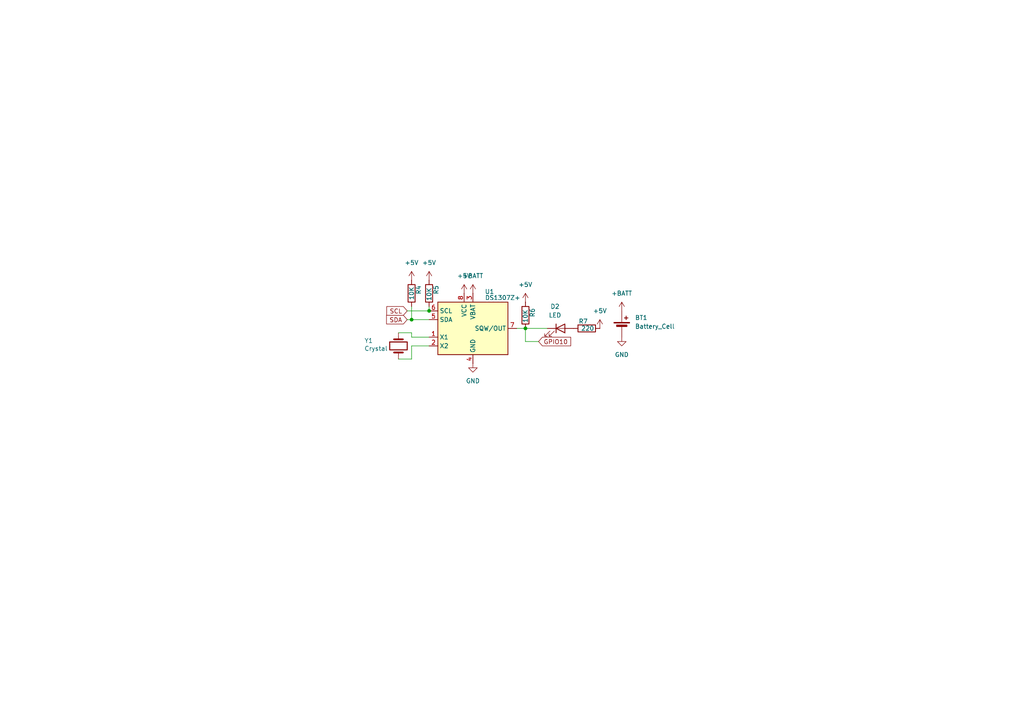
<source format=kicad_sch>
(kicad_sch (version 20250114) (generator "eeschema") (generator_version "9.0")
  (paper "A4")
  (title_block (title "Raspberry Pi Pico Logger - RTC") (date "2025-06-21") (rev "2.0") (company "Creator: Piotr Kłyś"))
  (lib_symbols
    (symbol "Device:Battery_Cell" (pin_numbers (hide yes)) (pin_names (offset 0) (hide yes))
      (property "Reference" "BT" (at 2.54 2.54 0))
      (property "Value" "Battery_Cell" (at 2.54 0 0))
      (symbol "Battery_Cell_0_1"
        (rectangle (start -2.286 1.778) (end 2.286 1.524) (fill (type outline)))
        (rectangle (start -1.524 1.016) (end 1.524 0.508) (fill (type outline)))
        (polyline (pts (xy 0 1.778) (xy 0 2.54)))
        (polyline (pts (xy 0 0.762) (xy 0 0)))
        (polyline (pts (xy 0.762 3.048) (xy 1.778 3.048)) (stroke (width 0.254)))
        (polyline (pts (xy 1.27 3.556) (xy 1.27 2.54)) (stroke (width 0.254)))
      )
      (symbol "Battery_Cell_1_1"
        (pin passive line (at 0 5.08 270) (length 2.54) (name "+") (number "1"))
        (pin passive line (at 0 -2.54 90) (length 2.54) (name "-") (number "2"))
      )
    )
    (symbol "Device:Crystal" (pin_numbers (hide yes)) (pin_names (offset 1.016) (hide yes))
      (property "Reference" "Y" (at 0 3.81 0))
      (property "Value" "Crystal" (at 0 -3.81 0))
      (symbol "Crystal_0_1"
        (polyline (pts (xy -2.54 0) (xy -1.905 0)))
        (polyline (pts (xy -1.905 -1.27) (xy -1.905 1.27)) (stroke (width 0.508)))
        (rectangle (start -1.143 2.54) (end 1.143 -2.54) (stroke (width 0.3048)))
        (polyline (pts (xy 1.905 -1.27) (xy 1.905 1.27)) (stroke (width 0.508)))
        (polyline (pts (xy 2.54 0) (xy 1.905 0)))
      )
      (symbol "Crystal_1_1"
        (pin passive line (at -3.81 0 0) (length 1.27) (name "1") (number "1"))
        (pin passive line (at 3.81 0 180) (length 1.27) (name "2") (number "2"))
      )
    )
    (symbol "Device:LED" (pin_numbers (hide yes)) (pin_names (offset 1.016) (hide yes))
      (property "Reference" "D" (at 0 2.54 0))
      (property "Value" "LED" (at 0 -2.54 0))
      (symbol "LED_0_1"
        (polyline (pts (xy -3.048 -0.762) (xy -4.572 -2.286) (xy -3.81 -2.286) (xy -4.572 -2.286) (xy -4.572 -1.524)))
        (polyline (pts (xy -1.778 -0.762) (xy -3.302 -2.286) (xy -2.54 -2.286) (xy -3.302 -2.286) (xy -3.302 -1.524)))
        (polyline (pts (xy -1.27 0) (xy 1.27 0)))
        (polyline (pts (xy -1.27 -1.27) (xy -1.27 1.27)) (stroke (width 0.254)))
        (polyline (pts (xy 1.27 -1.27) (xy 1.27 1.27) (xy -1.27 0) (xy 1.27 -1.27)) (stroke (width 0.254)))
      )
      (symbol "LED_1_1"
        (pin passive line (at -3.81 0 0) (length 2.54) (name "K") (number "1"))
        (pin passive line (at 3.81 0 180) (length 2.54) (name "A") (number "2"))
      )
    )
    (symbol "Device:R" (pin_numbers (hide yes)) (pin_names (offset 0))
      (property "Reference" "R" (at 2.032 0 90))
      (property "Value" "R" (at 0 0 90))
      (symbol "R_0_1"
        (rectangle (start -1.016 -2.54) (end 1.016 2.54) (stroke (width 0.254)))
      )
      (symbol "R_1_1"
        (pin passive line (at 0 3.81 270) (length 1.27) (name "~") (number "1"))
        (pin passive line (at 0 -3.81 90) (length 1.27) (name "~") (number "2"))
      )
    )
    (symbol "Timer_RTC:DS1307Z+"
      (property "Reference" "U" (at -8.89 8.89 0))
      (property "Value" "DS1307Z+" (at 1.27 8.89 0))
      (symbol "DS1307Z+_0_1"
        (rectangle (start -10.16 7.62) (end 10.16 -7.62) (stroke (width 0.254)) (fill (type background)))
      )
      (symbol "DS1307Z+_1_1"
        (pin input line (at -12.7 5.08 0) (length 2.54) (name "SCL") (number "6"))
        (pin bidirectional line (at -12.7 2.54 0) (length 2.54) (name "SDA") (number "5"))
        (pin input line (at -12.7 -2.54 0) (length 2.54) (name "X1") (number "1"))
        (pin input line (at -12.7 -5.08 0) (length 2.54) (name "X2") (number "2"))
        (pin power_in line (at -2.54 10.16 270) (length 2.54) (name "VCC") (number "8"))
        (pin power_in line (at 0 10.16 270) (length 2.54) (name "VBAT") (number "3"))
        (pin power_in line (at 0 -10.16 90) (length 2.54) (name "GND") (number "4"))
        (pin open_collector line (at 12.7 0 180) (length 2.54) (name "SQW/OUT") (number "7"))
      )
    )
    (symbol "power:+5V" (power) (pin_numbers (hide yes)) (pin_names (offset 0) (hide yes))
      (property "Value" "+5V" (at 0 3.556 0))
      (symbol "+5V_0_1"
        (polyline (pts (xy -0.762 1.27) (xy 0 2.54)))
        (polyline (pts (xy 0 2.54) (xy 0.762 1.27)))
        (polyline (pts (xy 0 0) (xy 0 2.54)))
      )
      (symbol "+5V_1_1"
        (pin power_in line (at 0 0 90) (length 0) (name "~") (number "1"))
      )
    )
    (symbol "power:+BATT" (power) (pin_numbers (hide yes)) (pin_names (offset 0) (hide yes))
      (property "Value" "+BATT" (at 0 3.556 0))
      (symbol "+BATT_0_1"
        (polyline (pts (xy -0.762 1.27) (xy 0 2.54)))
        (polyline (pts (xy 0 2.54) (xy 0.762 1.27)))
        (polyline (pts (xy 0 0) (xy 0 2.54)))
      )
      (symbol "+BATT_1_1"
        (pin power_in line (at 0 0 90) (length 0) (name "~") (number "1"))
      )
    )
    (symbol "power:GND" (power) (pin_numbers (hide yes)) (pin_names (offset 0) (hide yes))
      (property "Value" "GND" (at 0 -3.81 0))
      (symbol "GND_0_1"
        (polyline (pts (xy 0 0) (xy 0 -1.27) (xy 1.27 -1.27) (xy 0 -2.54) (xy -1.27 -1.27) (xy 0 -1.27)))
      )
      (symbol "GND_1_1"
        (pin power_in line (at 0 0 270) (length 0) (name "~") (number "1"))
      )
    )
  )
  (junction (at 152.4 95.25))
  (junction (at 119.38 92.71))
  (junction (at 124.46 90.17))
  (wire (pts (xy 149.86 95.25) (xy 152.4 95.25)))
  (wire (pts (xy 119.38 104.14) (xy 119.38 100.33)))
  (wire (pts (xy 115.57 96.52) (xy 119.38 96.52)))
  (wire (pts (xy 118.11 92.71) (xy 119.38 92.71)))
  (wire (pts (xy 152.4 99.06) (xy 156.21 99.06)))
  (wire (pts (xy 124.46 88.9) (xy 124.46 90.17)))
  (wire (pts (xy 152.4 95.25) (xy 158.75 95.25)))
  (wire (pts (xy 119.38 92.71) (xy 119.38 88.9)))
  (wire (pts (xy 119.38 97.79) (xy 119.38 96.52)))
  (wire (pts (xy 152.4 95.25) (xy 152.4 99.06)))
  (wire (pts (xy 119.38 100.33) (xy 124.46 100.33)))
  (wire (pts (xy 118.11 90.17) (xy 124.46 90.17)))
  (wire (pts (xy 124.46 97.79) (xy 119.38 97.79)))
  (wire (pts (xy 119.38 92.71) (xy 124.46 92.71)))
  (wire (pts (xy 115.57 104.14) (xy 119.38 104.14)))
  (global_label "GPIO10" (shape input) (at 156.21 99.06 0) (property "Intersheetrefs" "${INTERSHEET_REFS}" (effects (hide yes))))
  (global_label "SDA" (shape input) (at 118.11 92.71 180) (property "Intersheetrefs" "${INTERSHEET_REFS}" (effects (hide yes))))
  (global_label "SCL" (shape input) (at 118.11 90.17 180) (property "Intersheetrefs" "${INTERSHEET_REFS}" (effects (hide yes))))
  (symbol (lib_id "power:+5V") (at 134.62 85.09 0) (unit 1)
    (property "Reference" "#PWR024" (effects (hide yes)))
    (property "Value" "+5V" (at 134.62 80.01 0))
    (property "Description" "Power symbol creates a global label with name \"+5V\"" (effects (hide yes)))
  )
  (symbol (lib_id "Device:R") (at 152.4 91.44 0) (unit 1)
    (property "Reference" "R6" (at 154.432 90.678 90))
    (property "Value" "10K" (at 152.4 91.694 90))
    (property "Footprint" "Resistor_SMD:R_0805_2012Metric" (effects (hide yes)))
    (property "Description" "Resistor" (effects (hide yes)))
  )
  (symbol (lib_id "Device:R") (at 124.46 85.09 0) (unit 1)
    (property "Reference" "R5" (at 126.492 84.074 90))
    (property "Value" "10K" (at 124.46 85.344 90))
    (property "Footprint" "Resistor_SMD:R_0805_2012Metric" (effects (hide yes)))
    (property "Description" "Resistor" (effects (hide yes)))
  )
  (symbol (lib_id "power:+5V") (at 152.4 87.63 0) (unit 1)
    (property "Reference" "#PWR015" (effects (hide yes)))
    (property "Value" "+5V" (at 152.4 82.55 0))
    (property "Description" "Power symbol creates a global label with name \"+5V\"" (effects (hide yes)))
  )
  (symbol (lib_id "Device:R") (at 170.18 95.25 90) (unit 1)
    (property "Reference" "R7" (at 169.164 93.218 90))
    (property "Value" "220" (at 170.434 95.25 90))
    (property "Footprint" "Resistor_SMD:R_0805_2012Metric" (effects (hide yes)))
    (property "Description" "Resistor" (effects (hide yes)))
  )
  (symbol (lib_id "Device:Battery_Cell") (at 180.34 95.25 0) (unit 1)
    (property "Reference" "BT1" (at 184.15 92.1384 0) (effects (justify left)))
    (property "Value" "Battery_Cell" (at 184.15 94.6784 0) (effects (justify left)))
    (property "Footprint" "Battery:BatteryHolder_Keystone_104_1x23mm" (effects (hide yes)))
    (property "Description" "Single-cell battery" (effects (hide yes)))
  )
  (symbol (lib_id "Device:R") (at 119.38 85.09 0) (unit 1)
    (property "Reference" "R4" (at 121.412 84.074 90))
    (property "Value" "10K" (at 119.38 85.09 90))
    (property "Footprint" "Resistor_SMD:R_0805_2012Metric" (effects (hide yes)))
    (property "Description" "Resistor" (effects (hide yes)))
  )
  (symbol (lib_id "power:+BATT") (at 180.34 90.17 0) (unit 1)
    (property "Reference" "#PWR018" (effects (hide yes)))
    (property "Value" "+BATT" (at 180.34 85.09 0))
    (property "Description" "Power symbol creates a global label with name \"+BATT\"" (effects (hide yes)))
  )
  (symbol (lib_id "power:+5V") (at 124.46 81.28 0) (unit 1)
    (property "Reference" "#PWR011" (effects (hide yes)))
    (property "Value" "+5V" (at 124.46 76.2 0))
    (property "Description" "Power symbol creates a global label with name \"+5V\"" (effects (hide yes)))
  )
  (symbol (lib_id "Device:LED") (at 162.56 95.25 0) (unit 1)
    (property "Reference" "D2" (at 160.9725 88.9 0))
    (property "Value" "LED" (at 160.9725 91.44 0))
    (property "Footprint" "LED_SMD:LED_0805_2012Metric" (effects (hide yes)))
    (property "Description" "Light emitting diode" (effects (hide yes)))
    (property "Sim.Pins" "1=K 2=A" (effects (hide yes)))
  )
  (symbol (lib_id "Timer_RTC:DS1307Z+") (at 137.16 95.25 0) (unit 1)
    (property "Reference" "U1" (at 141.986 84.582 0))
    (property "Value" "DS1307Z+" (at 145.796 86.36 0))
    (property "Footprint" "Package_SO:SOIC-8_3.9x4.9mm_P1.27mm" (effects (hide yes)))
    (property "Datasheet" "https://datasheets.maximintegrated.com/en/ds/DS1307.pdf" (effects (hide yes)))
    (property "Description" "64 x 8, Serial, I2C Real-time clock, 4.5V to 5.5V VCC, 0°C to +70°C, SOIC-8" (effects (hide yes)))
  )
  (symbol (lib_id "power:GND") (at 137.16 105.41 0) (unit 1)
    (property "Reference" "#PWR025" (effects (hide yes)))
    (property "Value" "GND" (at 137.16 110.49 0))
    (property "Description" "Power symbol creates a global label with name \"GND\" , ground" (effects (hide yes)))
  )
  (symbol (lib_id "power:GND") (at 180.34 97.79 0) (unit 1)
    (property "Reference" "#PWR035" (effects (hide yes)))
    (property "Value" "GND" (at 180.34 102.87 0))
    (property "Description" "Power symbol creates a global label with name \"GND\" , ground" (effects (hide yes)))
  )
  (symbol (lib_id "power:+5V") (at 119.38 81.28 0) (unit 1)
    (property "Reference" "#PWR010" (effects (hide yes)))
    (property "Value" "+5V" (at 119.38 76.2 0))
    (property "Description" "Power symbol creates a global label with name \"+5V\"" (effects (hide yes)))
  )
  (symbol (lib_id "power:+5V") (at 173.99 95.25 0) (unit 1)
    (property "Reference" "#PWR017" (effects (hide yes)))
    (property "Value" "+5V" (at 173.99 90.17 0))
    (property "Description" "Power symbol creates a global label with name \"+5V\"" (effects (hide yes)))
  )
  (symbol (lib_id "Device:Crystal") (at 115.57 100.33 90) (unit 1)
    (property "Reference" "Y1" (at 105.664 98.806 90) (effects (justify right)))
    (property "Value" "Crystal" (at 105.664 101.092 90) (effects (justify right)))
    (property "Footprint" "Crystal:Crystal_SMD_3215-2Pin_3.2x1.5mm" (effects (hide yes)))
    (property "Description" "Two pin crystal" (effects (hide yes)))
  )
  (symbol (lib_id "power:+BATT") (at 137.16 85.09 0) (unit 1)
    (property "Reference" "#PWR026" (effects (hide yes)))
    (property "Value" "+BATT" (at 137.16 80.01 0))
    (property "Description" "Power symbol creates a global label with name \"+BATT\"" (effects (hide yes)))
  )
)
</source>
